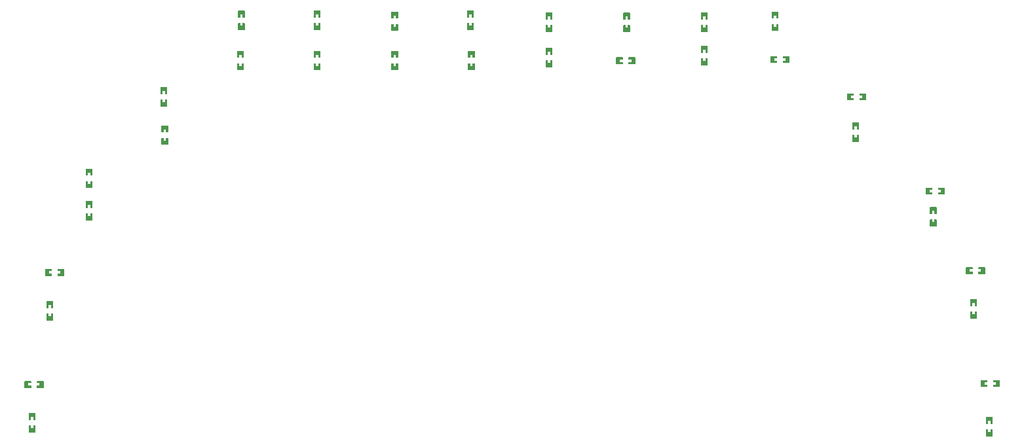
<source format=gtp>
G04 Layer: TopPasteMaskLayer*
G04 EasyEDA v6.5.40, 2024-04-07 17:54:18*
G04 Gerber Generator version 0.2*
G04 Scale: 100 percent, Rotated: No, Reflected: No *
G04 Dimensions in millimeters *
G04 leading zeros omitted , absolute positions ,4 integer and 5 decimal *
%FSLAX45Y45*%
%MOMM*%

%ADD10C,0.0001*%

%LPD*%
G36*
X12688722Y4744008D02*
G01*
X12683693Y4738979D01*
X12683693Y4716221D01*
X12720675Y4716221D01*
X12720675Y4683201D01*
X12683693Y4683201D01*
X12683693Y4659020D01*
X12688722Y4653991D01*
X12768681Y4653991D01*
X12773710Y4659020D01*
X12773710Y4738979D01*
X12768681Y4744008D01*
G37*
G36*
X12529718Y4744008D02*
G01*
X12524689Y4738979D01*
X12524689Y4659020D01*
X12529718Y4653991D01*
X12608712Y4653991D01*
X12613690Y4659020D01*
X12613690Y4683201D01*
X12575692Y4683201D01*
X12575692Y4716221D01*
X12613690Y4716221D01*
X12613690Y4738979D01*
X12608712Y4744008D01*
G37*
G36*
X12583820Y4169206D02*
G01*
X12578791Y4164177D01*
X12578791Y4084218D01*
X12583820Y4079189D01*
X12663779Y4079189D01*
X12668808Y4084218D01*
X12668808Y4164177D01*
X12663779Y4169206D01*
X12641021Y4169206D01*
X12641021Y4132173D01*
X12608001Y4132173D01*
X12608001Y4169206D01*
G37*
G36*
X12583820Y4328210D02*
G01*
X12578791Y4323181D01*
X12578791Y4244187D01*
X12583820Y4239209D01*
X12608001Y4239209D01*
X12608001Y4277207D01*
X12641021Y4277207D01*
X12641021Y4239209D01*
X12663779Y4239209D01*
X12668808Y4244187D01*
X12668808Y4323181D01*
X12663779Y4328210D01*
G37*
G36*
X12955422Y6191808D02*
G01*
X12950393Y6186779D01*
X12950393Y6164021D01*
X12987375Y6164021D01*
X12987375Y6131001D01*
X12950393Y6131001D01*
X12950393Y6106820D01*
X12955422Y6101791D01*
X13035381Y6101791D01*
X13040410Y6106820D01*
X13040410Y6186779D01*
X13035381Y6191808D01*
G37*
G36*
X12796418Y6191808D02*
G01*
X12791389Y6186779D01*
X12791389Y6106820D01*
X12796418Y6101791D01*
X12875412Y6101791D01*
X12880390Y6106820D01*
X12880390Y6131001D01*
X12842392Y6131001D01*
X12842392Y6164021D01*
X12880390Y6164021D01*
X12880390Y6186779D01*
X12875412Y6191808D01*
G37*
G36*
X12812420Y5617006D02*
G01*
X12807391Y5611977D01*
X12807391Y5532018D01*
X12812420Y5526989D01*
X12892379Y5526989D01*
X12897408Y5532018D01*
X12897408Y5611977D01*
X12892379Y5617006D01*
X12869621Y5617006D01*
X12869621Y5579973D01*
X12836601Y5579973D01*
X12836601Y5617006D01*
G37*
G36*
X12812420Y5776010D02*
G01*
X12807391Y5770981D01*
X12807391Y5691987D01*
X12812420Y5687009D01*
X12836601Y5687009D01*
X12836601Y5725007D01*
X12869621Y5725007D01*
X12869621Y5687009D01*
X12892379Y5687009D01*
X12897408Y5691987D01*
X12897408Y5770981D01*
X12892379Y5776010D01*
G37*
G36*
X13320420Y7331506D02*
G01*
X13315391Y7326477D01*
X13315391Y7246518D01*
X13320420Y7241489D01*
X13400379Y7241489D01*
X13405408Y7246518D01*
X13405408Y7326477D01*
X13400379Y7331506D01*
X13377621Y7331506D01*
X13377621Y7294473D01*
X13344601Y7294473D01*
X13344601Y7331506D01*
G37*
G36*
X13320420Y7490510D02*
G01*
X13315391Y7485481D01*
X13315391Y7406487D01*
X13320420Y7401509D01*
X13344601Y7401509D01*
X13344601Y7439507D01*
X13377621Y7439507D01*
X13377621Y7401509D01*
X13400379Y7401509D01*
X13405408Y7406487D01*
X13405408Y7485481D01*
X13400379Y7490510D01*
G37*
G36*
X13320420Y6912406D02*
G01*
X13315391Y6907377D01*
X13315391Y6827418D01*
X13320420Y6822389D01*
X13400379Y6822389D01*
X13405408Y6827418D01*
X13405408Y6907377D01*
X13400379Y6912406D01*
X13377621Y6912406D01*
X13377621Y6875373D01*
X13344601Y6875373D01*
X13344601Y6912406D01*
G37*
G36*
X13320420Y7071410D02*
G01*
X13315391Y7066381D01*
X13315391Y6987387D01*
X13320420Y6982409D01*
X13344601Y6982409D01*
X13344601Y7020407D01*
X13377621Y7020407D01*
X13377621Y6982409D01*
X13400379Y6982409D01*
X13405408Y6987387D01*
X13405408Y7066381D01*
X13400379Y7071410D01*
G37*
G36*
X14285620Y8385606D02*
G01*
X14280591Y8380577D01*
X14280591Y8300618D01*
X14285620Y8295589D01*
X14365579Y8295589D01*
X14370608Y8300618D01*
X14370608Y8380577D01*
X14365579Y8385606D01*
X14342821Y8385606D01*
X14342821Y8348573D01*
X14309801Y8348573D01*
X14309801Y8385606D01*
G37*
G36*
X14285620Y8544610D02*
G01*
X14280591Y8539581D01*
X14280591Y8460587D01*
X14285620Y8455609D01*
X14309801Y8455609D01*
X14309801Y8493607D01*
X14342821Y8493607D01*
X14342821Y8455609D01*
X14365579Y8455609D01*
X14370608Y8460587D01*
X14370608Y8539581D01*
X14365579Y8544610D01*
G37*
G36*
X14298320Y7890306D02*
G01*
X14293291Y7885277D01*
X14293291Y7805318D01*
X14298320Y7800289D01*
X14378279Y7800289D01*
X14383308Y7805318D01*
X14383308Y7885277D01*
X14378279Y7890306D01*
X14355521Y7890306D01*
X14355521Y7853273D01*
X14322501Y7853273D01*
X14322501Y7890306D01*
G37*
G36*
X14298320Y8049310D02*
G01*
X14293291Y8044281D01*
X14293291Y7965287D01*
X14298320Y7960309D01*
X14322501Y7960309D01*
X14322501Y7998307D01*
X14355521Y7998307D01*
X14355521Y7960309D01*
X14378279Y7960309D01*
X14383308Y7965287D01*
X14383308Y8044281D01*
X14378279Y8049310D01*
G37*
G36*
X15288920Y9376206D02*
G01*
X15283891Y9371177D01*
X15283891Y9291218D01*
X15288920Y9286189D01*
X15368879Y9286189D01*
X15373908Y9291218D01*
X15373908Y9371177D01*
X15368879Y9376206D01*
X15346121Y9376206D01*
X15346121Y9339173D01*
X15313101Y9339173D01*
X15313101Y9376206D01*
G37*
G36*
X15288920Y9535210D02*
G01*
X15283891Y9530181D01*
X15283891Y9451187D01*
X15288920Y9446209D01*
X15313101Y9446209D01*
X15313101Y9484207D01*
X15346121Y9484207D01*
X15346121Y9446209D01*
X15368879Y9446209D01*
X15373908Y9451187D01*
X15373908Y9530181D01*
X15368879Y9535210D01*
G37*
G36*
X15276220Y8855506D02*
G01*
X15271191Y8850477D01*
X15271191Y8770518D01*
X15276220Y8765489D01*
X15356179Y8765489D01*
X15361208Y8770518D01*
X15361208Y8850477D01*
X15356179Y8855506D01*
X15333421Y8855506D01*
X15333421Y8818473D01*
X15300401Y8818473D01*
X15300401Y8855506D01*
G37*
G36*
X15276220Y9014510D02*
G01*
X15271191Y9009481D01*
X15271191Y8930487D01*
X15276220Y8925509D01*
X15300401Y8925509D01*
X15300401Y8963507D01*
X15333421Y8963507D01*
X15333421Y8925509D01*
X15356179Y8925509D01*
X15361208Y8930487D01*
X15361208Y9009481D01*
X15356179Y9014510D01*
G37*
G36*
X16266820Y9376206D02*
G01*
X16261791Y9371177D01*
X16261791Y9291218D01*
X16266820Y9286189D01*
X16346779Y9286189D01*
X16351808Y9291218D01*
X16351808Y9371177D01*
X16346779Y9376206D01*
X16324021Y9376206D01*
X16324021Y9339173D01*
X16291001Y9339173D01*
X16291001Y9376206D01*
G37*
G36*
X16266820Y9535210D02*
G01*
X16261791Y9530181D01*
X16261791Y9451187D01*
X16266820Y9446209D01*
X16291001Y9446209D01*
X16291001Y9484207D01*
X16324021Y9484207D01*
X16324021Y9446209D01*
X16346779Y9446209D01*
X16351808Y9451187D01*
X16351808Y9530181D01*
X16346779Y9535210D01*
G37*
G36*
X16266820Y8855506D02*
G01*
X16261791Y8850477D01*
X16261791Y8770518D01*
X16266820Y8765489D01*
X16346779Y8765489D01*
X16351808Y8770518D01*
X16351808Y8850477D01*
X16346779Y8855506D01*
X16324021Y8855506D01*
X16324021Y8818473D01*
X16291001Y8818473D01*
X16291001Y8855506D01*
G37*
G36*
X16266820Y9014510D02*
G01*
X16261791Y9009481D01*
X16261791Y8930487D01*
X16266820Y8925509D01*
X16291001Y8925509D01*
X16291001Y8963507D01*
X16324021Y8963507D01*
X16324021Y8925509D01*
X16346779Y8925509D01*
X16351808Y8930487D01*
X16351808Y9009481D01*
X16346779Y9014510D01*
G37*
G36*
X17270120Y9363506D02*
G01*
X17265091Y9358477D01*
X17265091Y9278518D01*
X17270120Y9273489D01*
X17350079Y9273489D01*
X17355108Y9278518D01*
X17355108Y9358477D01*
X17350079Y9363506D01*
X17327321Y9363506D01*
X17327321Y9326473D01*
X17294301Y9326473D01*
X17294301Y9363506D01*
G37*
G36*
X17270120Y9522510D02*
G01*
X17265091Y9517481D01*
X17265091Y9438487D01*
X17270120Y9433509D01*
X17294301Y9433509D01*
X17294301Y9471507D01*
X17327321Y9471507D01*
X17327321Y9433509D01*
X17350079Y9433509D01*
X17355108Y9438487D01*
X17355108Y9517481D01*
X17350079Y9522510D01*
G37*
G36*
X17270120Y8855506D02*
G01*
X17265091Y8850477D01*
X17265091Y8770518D01*
X17270120Y8765489D01*
X17350079Y8765489D01*
X17355108Y8770518D01*
X17355108Y8850477D01*
X17350079Y8855506D01*
X17327321Y8855506D01*
X17327321Y8818473D01*
X17294301Y8818473D01*
X17294301Y8855506D01*
G37*
G36*
X17270120Y9014510D02*
G01*
X17265091Y9009481D01*
X17265091Y8930487D01*
X17270120Y8925509D01*
X17294301Y8925509D01*
X17294301Y8963507D01*
X17327321Y8963507D01*
X17327321Y8925509D01*
X17350079Y8925509D01*
X17355108Y8930487D01*
X17355108Y9009481D01*
X17350079Y9014510D01*
G37*
G36*
X18248020Y9376206D02*
G01*
X18242991Y9371177D01*
X18242991Y9291218D01*
X18248020Y9286189D01*
X18327979Y9286189D01*
X18333008Y9291218D01*
X18333008Y9371177D01*
X18327979Y9376206D01*
X18305221Y9376206D01*
X18305221Y9339173D01*
X18272201Y9339173D01*
X18272201Y9376206D01*
G37*
G36*
X18248020Y9535210D02*
G01*
X18242991Y9530181D01*
X18242991Y9451187D01*
X18248020Y9446209D01*
X18272201Y9446209D01*
X18272201Y9484207D01*
X18305221Y9484207D01*
X18305221Y9446209D01*
X18327979Y9446209D01*
X18333008Y9451187D01*
X18333008Y9530181D01*
X18327979Y9535210D01*
G37*
G36*
X18260720Y8855506D02*
G01*
X18255691Y8850477D01*
X18255691Y8770518D01*
X18260720Y8765489D01*
X18340679Y8765489D01*
X18345708Y8770518D01*
X18345708Y8850477D01*
X18340679Y8855506D01*
X18317921Y8855506D01*
X18317921Y8818473D01*
X18284901Y8818473D01*
X18284901Y8855506D01*
G37*
G36*
X18260720Y9014510D02*
G01*
X18255691Y9009481D01*
X18255691Y8930487D01*
X18260720Y8925509D01*
X18284901Y8925509D01*
X18284901Y8963507D01*
X18317921Y8963507D01*
X18317921Y8925509D01*
X18340679Y8925509D01*
X18345708Y8930487D01*
X18345708Y9009481D01*
X18340679Y9014510D01*
G37*
G36*
X19264020Y9350806D02*
G01*
X19258991Y9345777D01*
X19258991Y9265818D01*
X19264020Y9260789D01*
X19343979Y9260789D01*
X19349008Y9265818D01*
X19349008Y9345777D01*
X19343979Y9350806D01*
X19321221Y9350806D01*
X19321221Y9313773D01*
X19288201Y9313773D01*
X19288201Y9350806D01*
G37*
G36*
X19264020Y9509810D02*
G01*
X19258991Y9504781D01*
X19258991Y9425787D01*
X19264020Y9420809D01*
X19288201Y9420809D01*
X19288201Y9458807D01*
X19321221Y9458807D01*
X19321221Y9420809D01*
X19343979Y9420809D01*
X19349008Y9425787D01*
X19349008Y9504781D01*
X19343979Y9509810D01*
G37*
G36*
X19264020Y8893606D02*
G01*
X19258991Y8888577D01*
X19258991Y8808618D01*
X19264020Y8803589D01*
X19343979Y8803589D01*
X19349008Y8808618D01*
X19349008Y8888577D01*
X19343979Y8893606D01*
X19321221Y8893606D01*
X19321221Y8856573D01*
X19288201Y8856573D01*
X19288201Y8893606D01*
G37*
G36*
X19264020Y9052610D02*
G01*
X19258991Y9047581D01*
X19258991Y8968587D01*
X19264020Y8963609D01*
X19288201Y8963609D01*
X19288201Y9001607D01*
X19321221Y9001607D01*
X19321221Y8963609D01*
X19343979Y8963609D01*
X19349008Y8968587D01*
X19349008Y9047581D01*
X19343979Y9052610D01*
G37*
G36*
X20267320Y9350806D02*
G01*
X20262291Y9345777D01*
X20262291Y9265818D01*
X20267320Y9260789D01*
X20347279Y9260789D01*
X20352308Y9265818D01*
X20352308Y9345777D01*
X20347279Y9350806D01*
X20324521Y9350806D01*
X20324521Y9313773D01*
X20291501Y9313773D01*
X20291501Y9350806D01*
G37*
G36*
X20267320Y9509810D02*
G01*
X20262291Y9504781D01*
X20262291Y9425787D01*
X20267320Y9420809D01*
X20291501Y9420809D01*
X20291501Y9458807D01*
X20324521Y9458807D01*
X20324521Y9420809D01*
X20347279Y9420809D01*
X20352308Y9425787D01*
X20352308Y9504781D01*
X20347279Y9509810D01*
G37*
G36*
X20175118Y8935008D02*
G01*
X20170089Y8929979D01*
X20170089Y8850020D01*
X20175118Y8844991D01*
X20255077Y8844991D01*
X20260106Y8850020D01*
X20260106Y8872778D01*
X20223124Y8872778D01*
X20223124Y8905798D01*
X20260106Y8905798D01*
X20260106Y8929979D01*
X20255077Y8935008D01*
G37*
G36*
X20335087Y8935008D02*
G01*
X20330109Y8929979D01*
X20330109Y8905798D01*
X20368107Y8905798D01*
X20368107Y8872778D01*
X20330109Y8872778D01*
X20330109Y8850020D01*
X20335087Y8844991D01*
X20414081Y8844991D01*
X20419110Y8850020D01*
X20419110Y8929979D01*
X20414081Y8935008D01*
G37*
G36*
X21270620Y8919006D02*
G01*
X21265591Y8913977D01*
X21265591Y8834018D01*
X21270620Y8828989D01*
X21350579Y8828989D01*
X21355608Y8834018D01*
X21355608Y8913977D01*
X21350579Y8919006D01*
X21327821Y8919006D01*
X21327821Y8881973D01*
X21294801Y8881973D01*
X21294801Y8919006D01*
G37*
G36*
X21270620Y9078010D02*
G01*
X21265591Y9072981D01*
X21265591Y8993987D01*
X21270620Y8989009D01*
X21294801Y8989009D01*
X21294801Y9027007D01*
X21327821Y9027007D01*
X21327821Y8989009D01*
X21350579Y8989009D01*
X21355608Y8993987D01*
X21355608Y9072981D01*
X21350579Y9078010D01*
G37*
G36*
X21270620Y9350806D02*
G01*
X21265591Y9345777D01*
X21265591Y9265818D01*
X21270620Y9260789D01*
X21350579Y9260789D01*
X21355608Y9265818D01*
X21355608Y9345777D01*
X21350579Y9350806D01*
X21327821Y9350806D01*
X21327821Y9313773D01*
X21294801Y9313773D01*
X21294801Y9350806D01*
G37*
G36*
X21270620Y9509810D02*
G01*
X21265591Y9504781D01*
X21265591Y9425787D01*
X21270620Y9420809D01*
X21294801Y9420809D01*
X21294801Y9458807D01*
X21327821Y9458807D01*
X21327821Y9420809D01*
X21350579Y9420809D01*
X21355608Y9425787D01*
X21355608Y9504781D01*
X21350579Y9509810D01*
G37*
G36*
X22169018Y8947708D02*
G01*
X22163989Y8942679D01*
X22163989Y8862720D01*
X22169018Y8857691D01*
X22248977Y8857691D01*
X22254006Y8862720D01*
X22254006Y8885478D01*
X22217024Y8885478D01*
X22217024Y8918498D01*
X22254006Y8918498D01*
X22254006Y8942679D01*
X22248977Y8947708D01*
G37*
G36*
X22328987Y8947708D02*
G01*
X22324009Y8942679D01*
X22324009Y8918498D01*
X22362007Y8918498D01*
X22362007Y8885478D01*
X22324009Y8885478D01*
X22324009Y8862720D01*
X22328987Y8857691D01*
X22407981Y8857691D01*
X22413010Y8862720D01*
X22413010Y8942679D01*
X22407981Y8947708D01*
G37*
G36*
X22185020Y9363506D02*
G01*
X22179991Y9358477D01*
X22179991Y9278518D01*
X22185020Y9273489D01*
X22264979Y9273489D01*
X22270008Y9278518D01*
X22270008Y9358477D01*
X22264979Y9363506D01*
X22242221Y9363506D01*
X22242221Y9326473D01*
X22209201Y9326473D01*
X22209201Y9363506D01*
G37*
G36*
X22185020Y9522510D02*
G01*
X22179991Y9517481D01*
X22179991Y9438487D01*
X22185020Y9433509D01*
X22209201Y9433509D01*
X22209201Y9471507D01*
X22242221Y9471507D01*
X22242221Y9433509D01*
X22264979Y9433509D01*
X22270008Y9438487D01*
X22270008Y9517481D01*
X22264979Y9522510D01*
G37*
G36*
X23226420Y7928406D02*
G01*
X23221391Y7923377D01*
X23221391Y7843418D01*
X23226420Y7838389D01*
X23306379Y7838389D01*
X23311408Y7843418D01*
X23311408Y7923377D01*
X23306379Y7928406D01*
X23283621Y7928406D01*
X23283621Y7891373D01*
X23250601Y7891373D01*
X23250601Y7928406D01*
G37*
G36*
X23226420Y8087410D02*
G01*
X23221391Y8082381D01*
X23221391Y8003387D01*
X23226420Y7998409D01*
X23250601Y7998409D01*
X23250601Y8036407D01*
X23283621Y8036407D01*
X23283621Y7998409D01*
X23306379Y7998409D01*
X23311408Y8003387D01*
X23311408Y8082381D01*
X23306379Y8087410D01*
G37*
G36*
X23318622Y8465108D02*
G01*
X23313593Y8460079D01*
X23313593Y8437321D01*
X23350575Y8437321D01*
X23350575Y8404301D01*
X23313593Y8404301D01*
X23313593Y8380120D01*
X23318622Y8375091D01*
X23398581Y8375091D01*
X23403610Y8380120D01*
X23403610Y8460079D01*
X23398581Y8465108D01*
G37*
G36*
X23159618Y8465108D02*
G01*
X23154589Y8460079D01*
X23154589Y8380120D01*
X23159618Y8375091D01*
X23238612Y8375091D01*
X23243590Y8380120D01*
X23243590Y8404301D01*
X23205592Y8404301D01*
X23205592Y8437321D01*
X23243590Y8437321D01*
X23243590Y8460079D01*
X23238612Y8465108D01*
G37*
G36*
X24229720Y6836206D02*
G01*
X24224691Y6831177D01*
X24224691Y6751218D01*
X24229720Y6746189D01*
X24309679Y6746189D01*
X24314708Y6751218D01*
X24314708Y6831177D01*
X24309679Y6836206D01*
X24286921Y6836206D01*
X24286921Y6799173D01*
X24253901Y6799173D01*
X24253901Y6836206D01*
G37*
G36*
X24229720Y6995210D02*
G01*
X24224691Y6990181D01*
X24224691Y6911187D01*
X24229720Y6906209D01*
X24253901Y6906209D01*
X24253901Y6944207D01*
X24286921Y6944207D01*
X24286921Y6906209D01*
X24309679Y6906209D01*
X24314708Y6911187D01*
X24314708Y6990181D01*
X24309679Y6995210D01*
G37*
G36*
X24334622Y7245908D02*
G01*
X24329593Y7240879D01*
X24329593Y7218121D01*
X24366575Y7218121D01*
X24366575Y7185101D01*
X24329593Y7185101D01*
X24329593Y7160920D01*
X24334622Y7155891D01*
X24414581Y7155891D01*
X24419610Y7160920D01*
X24419610Y7240879D01*
X24414581Y7245908D01*
G37*
G36*
X24175618Y7245908D02*
G01*
X24170589Y7240879D01*
X24170589Y7160920D01*
X24175618Y7155891D01*
X24254612Y7155891D01*
X24259590Y7160920D01*
X24259590Y7185101D01*
X24221592Y7185101D01*
X24221592Y7218121D01*
X24259590Y7218121D01*
X24259590Y7240879D01*
X24254612Y7245908D01*
G37*
G36*
X24750420Y5642406D02*
G01*
X24745391Y5637377D01*
X24745391Y5557418D01*
X24750420Y5552389D01*
X24830379Y5552389D01*
X24835408Y5557418D01*
X24835408Y5637377D01*
X24830379Y5642406D01*
X24807621Y5642406D01*
X24807621Y5605373D01*
X24774601Y5605373D01*
X24774601Y5642406D01*
G37*
G36*
X24750420Y5801410D02*
G01*
X24745391Y5796381D01*
X24745391Y5717387D01*
X24750420Y5712409D01*
X24774601Y5712409D01*
X24774601Y5750407D01*
X24807621Y5750407D01*
X24807621Y5712409D01*
X24830379Y5712409D01*
X24835408Y5717387D01*
X24835408Y5796381D01*
X24830379Y5801410D01*
G37*
G36*
X24855322Y6217208D02*
G01*
X24850293Y6212179D01*
X24850293Y6189421D01*
X24887275Y6189421D01*
X24887275Y6156401D01*
X24850293Y6156401D01*
X24850293Y6132220D01*
X24855322Y6127191D01*
X24935281Y6127191D01*
X24940310Y6132220D01*
X24940310Y6212179D01*
X24935281Y6217208D01*
G37*
G36*
X24696318Y6217208D02*
G01*
X24691289Y6212179D01*
X24691289Y6132220D01*
X24696318Y6127191D01*
X24775312Y6127191D01*
X24780290Y6132220D01*
X24780290Y6156401D01*
X24742292Y6156401D01*
X24742292Y6189421D01*
X24780290Y6189421D01*
X24780290Y6212179D01*
X24775312Y6217208D01*
G37*
G36*
X25045822Y4756708D02*
G01*
X25040793Y4751679D01*
X25040793Y4728921D01*
X25077775Y4728921D01*
X25077775Y4695901D01*
X25040793Y4695901D01*
X25040793Y4671720D01*
X25045822Y4666691D01*
X25125781Y4666691D01*
X25130810Y4671720D01*
X25130810Y4751679D01*
X25125781Y4756708D01*
G37*
G36*
X24886818Y4756708D02*
G01*
X24881789Y4751679D01*
X24881789Y4671720D01*
X24886818Y4666691D01*
X24965812Y4666691D01*
X24970790Y4671720D01*
X24970790Y4695901D01*
X24932792Y4695901D01*
X24932792Y4728921D01*
X24970790Y4728921D01*
X24970790Y4751679D01*
X24965812Y4756708D01*
G37*
G36*
X24953620Y4118406D02*
G01*
X24948591Y4113377D01*
X24948591Y4033418D01*
X24953620Y4028389D01*
X25033579Y4028389D01*
X25038608Y4033418D01*
X25038608Y4113377D01*
X25033579Y4118406D01*
X25010821Y4118406D01*
X25010821Y4081373D01*
X24977801Y4081373D01*
X24977801Y4118406D01*
G37*
G36*
X24953620Y4277410D02*
G01*
X24948591Y4272381D01*
X24948591Y4193387D01*
X24953620Y4188409D01*
X24977801Y4188409D01*
X24977801Y4226407D01*
X25010821Y4226407D01*
X25010821Y4188409D01*
X25033579Y4188409D01*
X25038608Y4193387D01*
X25038608Y4272381D01*
X25033579Y4277410D01*
G37*
M02*

</source>
